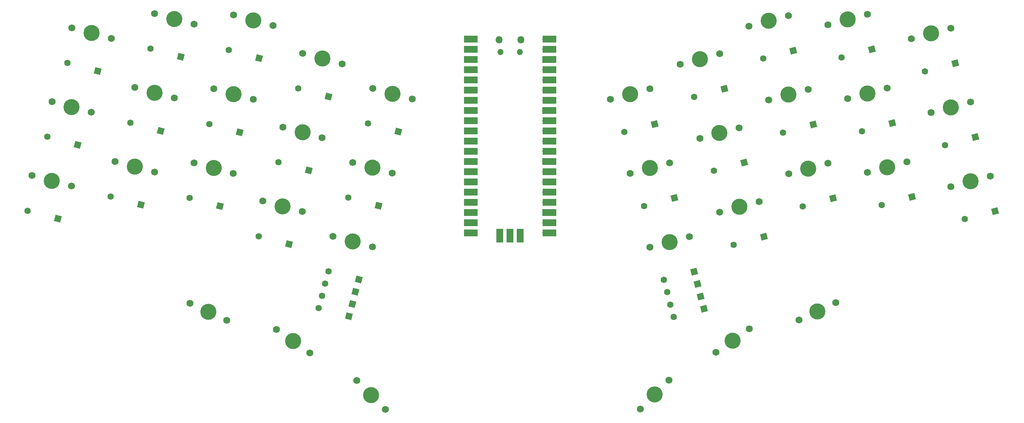
<source format=gts>
G04 #@! TF.GenerationSoftware,KiCad,Pcbnew,(6.0.4)*
G04 #@! TF.CreationDate,2022-05-01T20:55:42-04:00*
G04 #@! TF.ProjectId,crowboard,63726f77-626f-4617-9264-2e6b69636164,rev?*
G04 #@! TF.SameCoordinates,Original*
G04 #@! TF.FileFunction,Soldermask,Top*
G04 #@! TF.FilePolarity,Negative*
%FSLAX46Y46*%
G04 Gerber Fmt 4.6, Leading zero omitted, Abs format (unit mm)*
G04 Created by KiCad (PCBNEW (6.0.4)) date 2022-05-01 20:55:42*
%MOMM*%
%LPD*%
G01*
G04 APERTURE LIST*
G04 Aperture macros list*
%AMRotRect*
0 Rectangle, with rotation*
0 The origin of the aperture is its center*
0 $1 length*
0 $2 width*
0 $3 Rotation angle, in degrees counterclockwise*
0 Add horizontal line*
21,1,$1,$2,0,0,$3*%
G04 Aperture macros list end*
%ADD10C,1.750000*%
%ADD11C,4.000000*%
%ADD12RotRect,1.600000X1.600000X345.000000*%
%ADD13C,1.600000*%
%ADD14RotRect,1.600000X1.600000X15.000000*%
%ADD15O,1.500000X1.500000*%
%ADD16O,1.800000X1.800000*%
%ADD17R,3.500000X1.700000*%
%ADD18O,1.700000X1.700000*%
%ADD19R,1.700000X1.700000*%
%ADD20R,1.700000X3.500000*%
G04 APERTURE END LIST*
D10*
X87637726Y-87031338D03*
D11*
X92544629Y-88346139D03*
D10*
X97451532Y-89660940D03*
D12*
X41574288Y-73045175D03*
D13*
X34040066Y-71026387D03*
D14*
X202392307Y-59078709D03*
D13*
X194858085Y-61097497D03*
D10*
X70510764Y-42998160D03*
X60696958Y-40368558D03*
D11*
X65603861Y-41683359D03*
D14*
X264785284Y-71121827D03*
D13*
X257251062Y-73140615D03*
D11*
X223285982Y-78954529D03*
D10*
X228192885Y-77639728D03*
X218379079Y-80269330D03*
D12*
X103967265Y-61002057D03*
D13*
X96433043Y-58983269D03*
D12*
X116410461Y-88166965D03*
D13*
X108876239Y-86148177D03*
D12*
X111479959Y-106567852D03*
D13*
X103945737Y-104549064D03*
D10*
X35160087Y-62287241D03*
X44973893Y-64916843D03*
D11*
X40066990Y-63602042D03*
D14*
X207322809Y-77479596D03*
D13*
X199788587Y-79498384D03*
D14*
X244124583Y-67618590D03*
D13*
X236590361Y-69637378D03*
D11*
X85237373Y-42013640D03*
D10*
X90144276Y-43328441D03*
X80330470Y-40698839D03*
D12*
X99036762Y-79402944D03*
D13*
X91502540Y-77384156D03*
D12*
X76937998Y-88273106D03*
D13*
X69403776Y-86254318D03*
D11*
X201187218Y-70084367D03*
D10*
X196280315Y-71399168D03*
X206094121Y-68769566D03*
X208638037Y-118881203D03*
D11*
X204476745Y-121794971D03*
D10*
X200315453Y-124708739D03*
D14*
X224491071Y-67948871D03*
D13*
X216956849Y-69967659D03*
D12*
X62234988Y-69541938D03*
D13*
X54700766Y-67523150D03*
D11*
X35136488Y-82002929D03*
D10*
X30229585Y-80688128D03*
X40043391Y-83317730D03*
D12*
X57304486Y-87942825D03*
D13*
X49770264Y-85924037D03*
D12*
X94106260Y-97803831D03*
D13*
X86572038Y-95785043D03*
D12*
X86684300Y-51440598D03*
D13*
X79150078Y-49421810D03*
D12*
X36643785Y-91446062D03*
D13*
X29109563Y-89427274D03*
D10*
X228151586Y-43137275D03*
D11*
X233058489Y-41822474D03*
D10*
X237965392Y-40507673D03*
X50835952Y-77170332D03*
X60649758Y-79799934D03*
D11*
X55742855Y-78485133D03*
X44997493Y-45201155D03*
D10*
X49904396Y-46515956D03*
X40090590Y-43886354D03*
X193705258Y-95919915D03*
X183891452Y-98549517D03*
D11*
X188798355Y-97234716D03*
D10*
X118120736Y-138916360D03*
X110936532Y-131732156D03*
D11*
X114528634Y-135324258D03*
D10*
X114981097Y-59022702D03*
X124794903Y-61652304D03*
D11*
X119888000Y-60337503D03*
D14*
X185018608Y-67842729D03*
D13*
X177484386Y-69861517D03*
D12*
X46571198Y-54662082D03*
D13*
X39036976Y-52643294D03*
D10*
X258727626Y-83427728D03*
D11*
X263634529Y-82112927D03*
D10*
X268541432Y-80798126D03*
D11*
X253773523Y-45311153D03*
D10*
X248866620Y-46625954D03*
X258680426Y-43996352D03*
X174084780Y-61733185D03*
X183898586Y-59103583D03*
D11*
X178991683Y-60418384D03*
D10*
X92568229Y-68630451D03*
X102382035Y-71260053D03*
D11*
X97475132Y-69945252D03*
D14*
X195701364Y-107711318D03*
D13*
X188167142Y-109730106D03*
D11*
X183867852Y-78833829D03*
D10*
X188774755Y-77519028D03*
X178960949Y-80148630D03*
D11*
X75376368Y-78815414D03*
D10*
X70469465Y-77500613D03*
X80283271Y-80130215D03*
D11*
X80306871Y-60414527D03*
D10*
X75399968Y-59099726D03*
X85213774Y-61729328D03*
D11*
X237988992Y-60223361D03*
D10*
X242895895Y-58908560D03*
X233082089Y-61538162D03*
D11*
X95115308Y-121904969D03*
D10*
X90954016Y-118991201D03*
X99276600Y-124818737D03*
D15*
X151523000Y-49896000D03*
D16*
X151823000Y-46866000D03*
D15*
X146673000Y-49896000D03*
D16*
X146373000Y-46866000D03*
D17*
X139308000Y-46736000D03*
D18*
X140208000Y-46736000D03*
D17*
X139308000Y-49276000D03*
D18*
X140208000Y-49276000D03*
D19*
X140208000Y-51816000D03*
D17*
X139308000Y-51816000D03*
X139308000Y-54356000D03*
D18*
X140208000Y-54356000D03*
X140208000Y-56896000D03*
D17*
X139308000Y-56896000D03*
D18*
X140208000Y-59436000D03*
D17*
X139308000Y-59436000D03*
X139308000Y-61976000D03*
D18*
X140208000Y-61976000D03*
D19*
X140208000Y-64516000D03*
D17*
X139308000Y-64516000D03*
D18*
X140208000Y-67056000D03*
D17*
X139308000Y-67056000D03*
D18*
X140208000Y-69596000D03*
D17*
X139308000Y-69596000D03*
D18*
X140208000Y-72136000D03*
D17*
X139308000Y-72136000D03*
X139308000Y-74676000D03*
D18*
X140208000Y-74676000D03*
D19*
X140208000Y-77216000D03*
D17*
X139308000Y-77216000D03*
D18*
X140208000Y-79756000D03*
D17*
X139308000Y-79756000D03*
X139308000Y-82296000D03*
D18*
X140208000Y-82296000D03*
D17*
X139308000Y-84836000D03*
D18*
X140208000Y-84836000D03*
D17*
X139308000Y-87376000D03*
D18*
X140208000Y-87376000D03*
D17*
X139308000Y-89916000D03*
D19*
X140208000Y-89916000D03*
D18*
X140208000Y-92456000D03*
D17*
X139308000Y-92456000D03*
X139308000Y-94996000D03*
D18*
X140208000Y-94996000D03*
X157988000Y-94996000D03*
D17*
X158888000Y-94996000D03*
D18*
X157988000Y-92456000D03*
D17*
X158888000Y-92456000D03*
X158888000Y-89916000D03*
D19*
X157988000Y-89916000D03*
D18*
X157988000Y-87376000D03*
D17*
X158888000Y-87376000D03*
D18*
X157988000Y-84836000D03*
D17*
X158888000Y-84836000D03*
D18*
X157988000Y-82296000D03*
D17*
X158888000Y-82296000D03*
X158888000Y-79756000D03*
D18*
X157988000Y-79756000D03*
D17*
X158888000Y-77216000D03*
D19*
X157988000Y-77216000D03*
D18*
X157988000Y-74676000D03*
D17*
X158888000Y-74676000D03*
D18*
X157988000Y-72136000D03*
D17*
X158888000Y-72136000D03*
D18*
X157988000Y-69596000D03*
D17*
X158888000Y-69596000D03*
X158888000Y-67056000D03*
D18*
X157988000Y-67056000D03*
D17*
X158888000Y-64516000D03*
D19*
X157988000Y-64516000D03*
D18*
X157988000Y-61976000D03*
D17*
X158888000Y-61976000D03*
D18*
X157988000Y-59436000D03*
D17*
X158888000Y-59436000D03*
D18*
X157988000Y-56896000D03*
D17*
X158888000Y-56896000D03*
X158888000Y-54356000D03*
D18*
X157988000Y-54356000D03*
D17*
X158888000Y-51816000D03*
D19*
X157988000Y-51816000D03*
D17*
X158888000Y-49276000D03*
D18*
X157988000Y-49276000D03*
D17*
X158888000Y-46736000D03*
D18*
X157988000Y-46736000D03*
X146558000Y-94766000D03*
D20*
X146558000Y-95666000D03*
D19*
X149098000Y-94766000D03*
D20*
X149098000Y-95666000D03*
X151638000Y-95666000D03*
D18*
X151638000Y-94766000D03*
D14*
X197344865Y-113844947D03*
D13*
X189810643Y-115863735D03*
D14*
X194879613Y-104644503D03*
D13*
X187345391Y-106663291D03*
D10*
X181471318Y-138806362D03*
D11*
X185063420Y-135214260D03*
D10*
X188655522Y-131622158D03*
X109996261Y-77409030D03*
D11*
X114903164Y-78723831D03*
D10*
X119810067Y-80038632D03*
D11*
X196311048Y-51668921D03*
D10*
X191404145Y-52983722D03*
X201217951Y-50354120D03*
X105065758Y-95809917D03*
D11*
X109972661Y-97124718D03*
D10*
X114879564Y-98439519D03*
D14*
X212253312Y-95880483D03*
D13*
X204719090Y-97899271D03*
D14*
X249055086Y-86019477D03*
D13*
X241520864Y-88038265D03*
D12*
X67165491Y-51141051D03*
D13*
X59631269Y-49122263D03*
D12*
X109022925Y-115737627D03*
D13*
X101488703Y-113718839D03*
D10*
X253797123Y-65026841D03*
D11*
X258704026Y-63712040D03*
D10*
X263610929Y-62397239D03*
X97553065Y-50244122D03*
X107366871Y-52873724D03*
D11*
X102459968Y-51558923D03*
D14*
X239079377Y-49248438D03*
D13*
X231545155Y-51267226D03*
D10*
X201210818Y-89800055D03*
D11*
X206117721Y-88485254D03*
D10*
X211024624Y-87170453D03*
D11*
X225533571Y-114509310D03*
D10*
X230137615Y-112362409D03*
X220929527Y-116656211D03*
D14*
X189949111Y-86243616D03*
D13*
X182414889Y-88262404D03*
D14*
X229421574Y-86349758D03*
D13*
X221887352Y-88368546D03*
D14*
X269715787Y-89522714D03*
D13*
X262181565Y-91541502D03*
D14*
X259854781Y-52720940D03*
D13*
X252320559Y-54739728D03*
D11*
X213424976Y-42152755D03*
D10*
X218331879Y-40837954D03*
X208518073Y-43467556D03*
D14*
X219560568Y-49547984D03*
D13*
X212026346Y-51566772D03*
D11*
X242919495Y-78624248D03*
D10*
X238012592Y-79939049D03*
X247826398Y-77309447D03*
D12*
X109844675Y-112670813D03*
D13*
X102310453Y-110652025D03*
D12*
X81868501Y-69872219D03*
D13*
X74334279Y-67853431D03*
D14*
X196523114Y-110778132D03*
D13*
X188988892Y-112796920D03*
D12*
X110658208Y-109634666D03*
D13*
X103123986Y-107615878D03*
D12*
X121340964Y-69766078D03*
D13*
X113806742Y-67747290D03*
D11*
X60673358Y-60084246D03*
D10*
X55766455Y-58769445D03*
X65580261Y-61399047D03*
D11*
X218355479Y-60553642D03*
D10*
X213448576Y-61868443D03*
X223262382Y-59238841D03*
D11*
X74058482Y-114619308D03*
D10*
X78662526Y-116766209D03*
X69454438Y-112472407D03*
M02*

</source>
